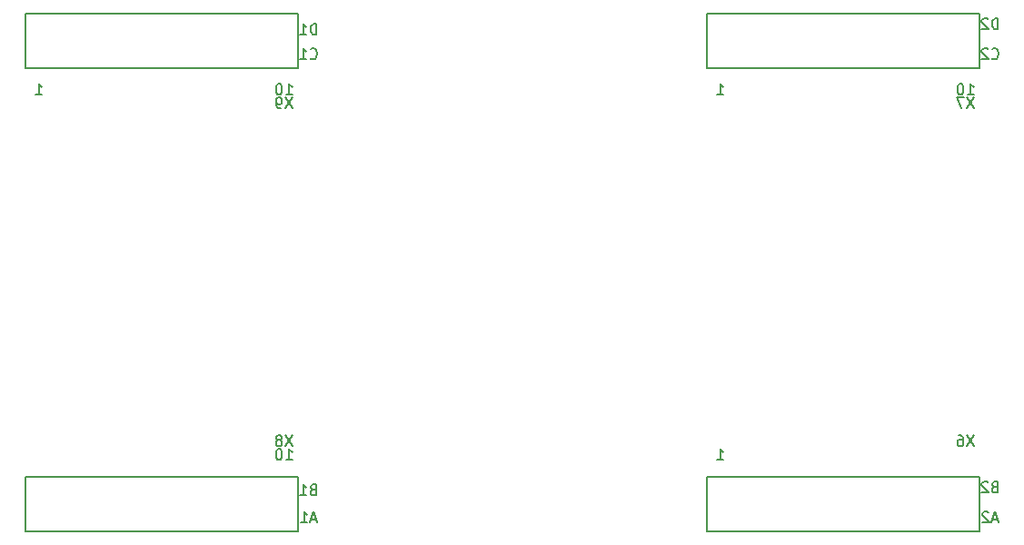
<source format=gbr>
%TF.GenerationSoftware,KiCad,Pcbnew,(5.1.6)-1*%
%TF.CreationDate,2022-03-14T17:12:03-05:00*%
%TF.ProjectId,2022 Multimedia Rev1,32303232-204d-4756-9c74-696d65646961,rev?*%
%TF.SameCoordinates,Original*%
%TF.FileFunction,Legend,Bot*%
%TF.FilePolarity,Positive*%
%FSLAX46Y46*%
G04 Gerber Fmt 4.6, Leading zero omitted, Abs format (unit mm)*
G04 Created by KiCad (PCBNEW (5.1.6)-1) date 2022-03-14 17:12:03*
%MOMM*%
%LPD*%
G01*
G04 APERTURE LIST*
%ADD10C,0.150000*%
G04 APERTURE END LIST*
D10*
%TO.C,U4*%
X175768000Y-65024000D02*
X175768000Y-70104000D01*
X201168000Y-65024000D02*
X175768000Y-65024000D01*
X201168000Y-70104000D02*
X201168000Y-65024000D01*
X175768000Y-113284000D02*
X201168000Y-113284000D01*
X175768000Y-108204000D02*
X175768000Y-113284000D01*
X201168000Y-113284000D02*
X201168000Y-108204000D01*
X175768000Y-70104000D02*
X201168000Y-70104000D01*
X201168000Y-108204000D02*
X175768000Y-108204000D01*
X112268000Y-70104000D02*
X137668000Y-70104000D01*
X112268000Y-65024000D02*
X112268000Y-70104000D01*
X137668000Y-65024000D02*
X112268000Y-65024000D01*
X137668000Y-70104000D02*
X137668000Y-65024000D01*
X112268000Y-113284000D02*
X137668000Y-113284000D01*
X112268000Y-108204000D02*
X112268000Y-113284000D01*
X137668000Y-108204000D02*
X112268000Y-108204000D01*
X137668000Y-113284000D02*
X137668000Y-108204000D01*
X176752285Y-106624380D02*
X177323714Y-106624380D01*
X177038000Y-106624380D02*
X177038000Y-105624380D01*
X177133238Y-105767238D01*
X177228476Y-105862476D01*
X177323714Y-105910095D01*
X113252285Y-72588380D02*
X113823714Y-72588380D01*
X113538000Y-72588380D02*
X113538000Y-71588380D01*
X113633238Y-71731238D01*
X113728476Y-71826476D01*
X113823714Y-71874095D01*
X176752285Y-72588380D02*
X177323714Y-72588380D01*
X177038000Y-72588380D02*
X177038000Y-71588380D01*
X177133238Y-71731238D01*
X177228476Y-71826476D01*
X177323714Y-71874095D01*
X202898285Y-112180666D02*
X202422095Y-112180666D01*
X202993523Y-112466380D02*
X202660190Y-111466380D01*
X202326857Y-112466380D01*
X202041142Y-111561619D02*
X201993523Y-111514000D01*
X201898285Y-111466380D01*
X201660190Y-111466380D01*
X201564952Y-111514000D01*
X201517333Y-111561619D01*
X201469714Y-111656857D01*
X201469714Y-111752095D01*
X201517333Y-111894952D01*
X202088761Y-112466380D01*
X201469714Y-112466380D01*
X202588761Y-109148571D02*
X202445904Y-109196190D01*
X202398285Y-109243809D01*
X202350666Y-109339047D01*
X202350666Y-109481904D01*
X202398285Y-109577142D01*
X202445904Y-109624761D01*
X202541142Y-109672380D01*
X202922095Y-109672380D01*
X202922095Y-108672380D01*
X202588761Y-108672380D01*
X202493523Y-108720000D01*
X202445904Y-108767619D01*
X202398285Y-108862857D01*
X202398285Y-108958095D01*
X202445904Y-109053333D01*
X202493523Y-109100952D01*
X202588761Y-109148571D01*
X202922095Y-109148571D01*
X201969714Y-108767619D02*
X201922095Y-108720000D01*
X201826857Y-108672380D01*
X201588761Y-108672380D01*
X201493523Y-108720000D01*
X201445904Y-108767619D01*
X201398285Y-108862857D01*
X201398285Y-108958095D01*
X201445904Y-109100952D01*
X202017333Y-109672380D01*
X201398285Y-109672380D01*
X139398285Y-112180666D02*
X138922095Y-112180666D01*
X139493523Y-112466380D02*
X139160190Y-111466380D01*
X138826857Y-112466380D01*
X137969714Y-112466380D02*
X138541142Y-112466380D01*
X138255428Y-112466380D02*
X138255428Y-111466380D01*
X138350666Y-111609238D01*
X138445904Y-111704476D01*
X138541142Y-111752095D01*
X139088761Y-109402571D02*
X138945904Y-109450190D01*
X138898285Y-109497809D01*
X138850666Y-109593047D01*
X138850666Y-109735904D01*
X138898285Y-109831142D01*
X138945904Y-109878761D01*
X139041142Y-109926380D01*
X139422095Y-109926380D01*
X139422095Y-108926380D01*
X139088761Y-108926380D01*
X138993523Y-108974000D01*
X138945904Y-109021619D01*
X138898285Y-109116857D01*
X138898285Y-109212095D01*
X138945904Y-109307333D01*
X138993523Y-109354952D01*
X139088761Y-109402571D01*
X139422095Y-109402571D01*
X137898285Y-109926380D02*
X138469714Y-109926380D01*
X138184000Y-109926380D02*
X138184000Y-108926380D01*
X138279238Y-109069238D01*
X138374476Y-109164476D01*
X138469714Y-109212095D01*
X202922095Y-66492380D02*
X202922095Y-65492380D01*
X202684000Y-65492380D01*
X202541142Y-65540000D01*
X202445904Y-65635238D01*
X202398285Y-65730476D01*
X202350666Y-65920952D01*
X202350666Y-66063809D01*
X202398285Y-66254285D01*
X202445904Y-66349523D01*
X202541142Y-66444761D01*
X202684000Y-66492380D01*
X202922095Y-66492380D01*
X201969714Y-65587619D02*
X201922095Y-65540000D01*
X201826857Y-65492380D01*
X201588761Y-65492380D01*
X201493523Y-65540000D01*
X201445904Y-65587619D01*
X201398285Y-65682857D01*
X201398285Y-65778095D01*
X201445904Y-65920952D01*
X202017333Y-66492380D01*
X201398285Y-66492380D01*
X202350666Y-69191142D02*
X202398285Y-69238761D01*
X202541142Y-69286380D01*
X202636380Y-69286380D01*
X202779238Y-69238761D01*
X202874476Y-69143523D01*
X202922095Y-69048285D01*
X202969714Y-68857809D01*
X202969714Y-68714952D01*
X202922095Y-68524476D01*
X202874476Y-68429238D01*
X202779238Y-68334000D01*
X202636380Y-68286380D01*
X202541142Y-68286380D01*
X202398285Y-68334000D01*
X202350666Y-68381619D01*
X201969714Y-68381619D02*
X201922095Y-68334000D01*
X201826857Y-68286380D01*
X201588761Y-68286380D01*
X201493523Y-68334000D01*
X201445904Y-68381619D01*
X201398285Y-68476857D01*
X201398285Y-68572095D01*
X201445904Y-68714952D01*
X202017333Y-69286380D01*
X201398285Y-69286380D01*
X139422095Y-67000380D02*
X139422095Y-66000380D01*
X139184000Y-66000380D01*
X139041142Y-66048000D01*
X138945904Y-66143238D01*
X138898285Y-66238476D01*
X138850666Y-66428952D01*
X138850666Y-66571809D01*
X138898285Y-66762285D01*
X138945904Y-66857523D01*
X139041142Y-66952761D01*
X139184000Y-67000380D01*
X139422095Y-67000380D01*
X137898285Y-67000380D02*
X138469714Y-67000380D01*
X138184000Y-67000380D02*
X138184000Y-66000380D01*
X138279238Y-66143238D01*
X138374476Y-66238476D01*
X138469714Y-66286095D01*
X138850666Y-69191142D02*
X138898285Y-69238761D01*
X139041142Y-69286380D01*
X139136380Y-69286380D01*
X139279238Y-69238761D01*
X139374476Y-69143523D01*
X139422095Y-69048285D01*
X139469714Y-68857809D01*
X139469714Y-68714952D01*
X139422095Y-68524476D01*
X139374476Y-68429238D01*
X139279238Y-68334000D01*
X139136380Y-68286380D01*
X139041142Y-68286380D01*
X138898285Y-68334000D01*
X138850666Y-68381619D01*
X137898285Y-69286380D02*
X138469714Y-69286380D01*
X138184000Y-69286380D02*
X138184000Y-68286380D01*
X138279238Y-68429238D01*
X138374476Y-68524476D01*
X138469714Y-68572095D01*
X200707523Y-104354380D02*
X200040857Y-105354380D01*
X200040857Y-104354380D02*
X200707523Y-105354380D01*
X199231333Y-104354380D02*
X199421809Y-104354380D01*
X199517047Y-104402000D01*
X199564666Y-104449619D01*
X199659904Y-104592476D01*
X199707523Y-104782952D01*
X199707523Y-105163904D01*
X199659904Y-105259142D01*
X199612285Y-105306761D01*
X199517047Y-105354380D01*
X199326571Y-105354380D01*
X199231333Y-105306761D01*
X199183714Y-105259142D01*
X199136095Y-105163904D01*
X199136095Y-104925809D01*
X199183714Y-104830571D01*
X199231333Y-104782952D01*
X199326571Y-104735333D01*
X199517047Y-104735333D01*
X199612285Y-104782952D01*
X199659904Y-104830571D01*
X199707523Y-104925809D01*
X200707523Y-72858380D02*
X200040857Y-73858380D01*
X200040857Y-72858380D02*
X200707523Y-73858380D01*
X199755142Y-72858380D02*
X199088476Y-72858380D01*
X199517047Y-73858380D01*
X137207523Y-104354380D02*
X136540857Y-105354380D01*
X136540857Y-104354380D02*
X137207523Y-105354380D01*
X136017047Y-104782952D02*
X136112285Y-104735333D01*
X136159904Y-104687714D01*
X136207523Y-104592476D01*
X136207523Y-104544857D01*
X136159904Y-104449619D01*
X136112285Y-104402000D01*
X136017047Y-104354380D01*
X135826571Y-104354380D01*
X135731333Y-104402000D01*
X135683714Y-104449619D01*
X135636095Y-104544857D01*
X135636095Y-104592476D01*
X135683714Y-104687714D01*
X135731333Y-104735333D01*
X135826571Y-104782952D01*
X136017047Y-104782952D01*
X136112285Y-104830571D01*
X136159904Y-104878190D01*
X136207523Y-104973428D01*
X136207523Y-105163904D01*
X136159904Y-105259142D01*
X136112285Y-105306761D01*
X136017047Y-105354380D01*
X135826571Y-105354380D01*
X135731333Y-105306761D01*
X135683714Y-105259142D01*
X135636095Y-105163904D01*
X135636095Y-104973428D01*
X135683714Y-104878190D01*
X135731333Y-104830571D01*
X135826571Y-104782952D01*
X137207523Y-72858380D02*
X136540857Y-73858380D01*
X136540857Y-72858380D02*
X137207523Y-73858380D01*
X136112285Y-73858380D02*
X135921809Y-73858380D01*
X135826571Y-73810761D01*
X135778952Y-73763142D01*
X135683714Y-73620285D01*
X135636095Y-73429809D01*
X135636095Y-73048857D01*
X135683714Y-72953619D01*
X135731333Y-72906000D01*
X135826571Y-72858380D01*
X136017047Y-72858380D01*
X136112285Y-72906000D01*
X136159904Y-72953619D01*
X136207523Y-73048857D01*
X136207523Y-73286952D01*
X136159904Y-73382190D01*
X136112285Y-73429809D01*
X136017047Y-73477428D01*
X135826571Y-73477428D01*
X135731333Y-73429809D01*
X135683714Y-73382190D01*
X135636095Y-73286952D01*
X176752285Y-106624380D02*
X177323714Y-106624380D01*
X177038000Y-106624380D02*
X177038000Y-105624380D01*
X177133238Y-105767238D01*
X177228476Y-105862476D01*
X177323714Y-105910095D01*
X136588476Y-72588380D02*
X137159904Y-72588380D01*
X136874190Y-72588380D02*
X136874190Y-71588380D01*
X136969428Y-71731238D01*
X137064666Y-71826476D01*
X137159904Y-71874095D01*
X135969428Y-71588380D02*
X135874190Y-71588380D01*
X135778952Y-71636000D01*
X135731333Y-71683619D01*
X135683714Y-71778857D01*
X135636095Y-71969333D01*
X135636095Y-72207428D01*
X135683714Y-72397904D01*
X135731333Y-72493142D01*
X135778952Y-72540761D01*
X135874190Y-72588380D01*
X135969428Y-72588380D01*
X136064666Y-72540761D01*
X136112285Y-72493142D01*
X136159904Y-72397904D01*
X136207523Y-72207428D01*
X136207523Y-71969333D01*
X136159904Y-71778857D01*
X136112285Y-71683619D01*
X136064666Y-71636000D01*
X135969428Y-71588380D01*
X200088476Y-72588380D02*
X200659904Y-72588380D01*
X200374190Y-72588380D02*
X200374190Y-71588380D01*
X200469428Y-71731238D01*
X200564666Y-71826476D01*
X200659904Y-71874095D01*
X199469428Y-71588380D02*
X199374190Y-71588380D01*
X199278952Y-71636000D01*
X199231333Y-71683619D01*
X199183714Y-71778857D01*
X199136095Y-71969333D01*
X199136095Y-72207428D01*
X199183714Y-72397904D01*
X199231333Y-72493142D01*
X199278952Y-72540761D01*
X199374190Y-72588380D01*
X199469428Y-72588380D01*
X199564666Y-72540761D01*
X199612285Y-72493142D01*
X199659904Y-72397904D01*
X199707523Y-72207428D01*
X199707523Y-71969333D01*
X199659904Y-71778857D01*
X199612285Y-71683619D01*
X199564666Y-71636000D01*
X199469428Y-71588380D01*
X136588476Y-106624380D02*
X137159904Y-106624380D01*
X136874190Y-106624380D02*
X136874190Y-105624380D01*
X136969428Y-105767238D01*
X137064666Y-105862476D01*
X137159904Y-105910095D01*
X135969428Y-105624380D02*
X135874190Y-105624380D01*
X135778952Y-105672000D01*
X135731333Y-105719619D01*
X135683714Y-105814857D01*
X135636095Y-106005333D01*
X135636095Y-106243428D01*
X135683714Y-106433904D01*
X135731333Y-106529142D01*
X135778952Y-106576761D01*
X135874190Y-106624380D01*
X135969428Y-106624380D01*
X136064666Y-106576761D01*
X136112285Y-106529142D01*
X136159904Y-106433904D01*
X136207523Y-106243428D01*
X136207523Y-106005333D01*
X136159904Y-105814857D01*
X136112285Y-105719619D01*
X136064666Y-105672000D01*
X135969428Y-105624380D01*
X136588476Y-72588380D02*
X137159904Y-72588380D01*
X136874190Y-72588380D02*
X136874190Y-71588380D01*
X136969428Y-71731238D01*
X137064666Y-71826476D01*
X137159904Y-71874095D01*
X135969428Y-71588380D02*
X135874190Y-71588380D01*
X135778952Y-71636000D01*
X135731333Y-71683619D01*
X135683714Y-71778857D01*
X135636095Y-71969333D01*
X135636095Y-72207428D01*
X135683714Y-72397904D01*
X135731333Y-72493142D01*
X135778952Y-72540761D01*
X135874190Y-72588380D01*
X135969428Y-72588380D01*
X136064666Y-72540761D01*
X136112285Y-72493142D01*
X136159904Y-72397904D01*
X136207523Y-72207428D01*
X136207523Y-71969333D01*
X136159904Y-71778857D01*
X136112285Y-71683619D01*
X136064666Y-71636000D01*
X135969428Y-71588380D01*
%TD*%
M02*

</source>
